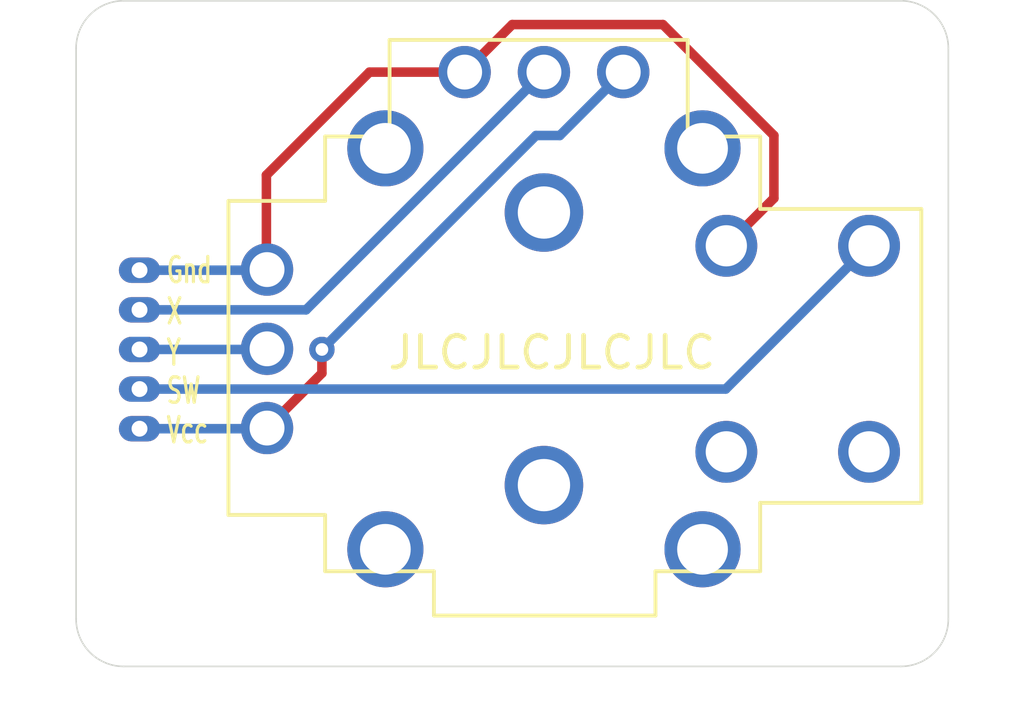
<source format=kicad_pcb>
(kicad_pcb (version 20171130) (host pcbnew "(5.1.9-0-10_14)")

  (general
    (thickness 1.6)
    (drawings 14)
    (tracks 25)
    (zones 0)
    (modules 6)
    (nets 6)
  )

  (page A)
  (title_block
    (title "Free AWSD - Joystick Breakout")
    (date 2021-04-15)
    (rev v1)
    (company "Free AWSD")
  )

  (layers
    (0 F.Cu signal)
    (31 B.Cu signal)
    (32 B.Adhes user)
    (33 F.Adhes user)
    (34 B.Paste user)
    (35 F.Paste user)
    (36 B.SilkS user)
    (37 F.SilkS user)
    (38 B.Mask user)
    (39 F.Mask user)
    (40 Dwgs.User user)
    (41 Cmts.User user)
    (42 Eco1.User user)
    (43 Eco2.User user)
    (44 Edge.Cuts user)
    (45 Margin user)
    (46 B.CrtYd user)
    (47 F.CrtYd user)
    (48 B.Fab user)
    (49 F.Fab user)
  )

  (setup
    (last_trace_width 0.3)
    (trace_clearance 0.2)
    (zone_clearance 0.508)
    (zone_45_only no)
    (trace_min 0.3)
    (via_size 0.8)
    (via_drill 0.4)
    (via_min_size 0.4)
    (via_min_drill 0.3)
    (uvia_size 0.3)
    (uvia_drill 0.1)
    (uvias_allowed no)
    (uvia_min_size 0.2)
    (uvia_min_drill 0.1)
    (edge_width 0.05)
    (segment_width 0.2)
    (pcb_text_width 0.3)
    (pcb_text_size 1.5 1.5)
    (mod_edge_width 0.12)
    (mod_text_size 1 1)
    (mod_text_width 0.15)
    (pad_size 1.524 1.524)
    (pad_drill 0.762)
    (pad_to_mask_clearance 0)
    (aux_axis_origin 0 0)
    (visible_elements FFFFFF7F)
    (pcbplotparams
      (layerselection 0x010fc_ffffffff)
      (usegerberextensions false)
      (usegerberattributes true)
      (usegerberadvancedattributes true)
      (creategerberjobfile true)
      (excludeedgelayer true)
      (linewidth 0.100000)
      (plotframeref false)
      (viasonmask false)
      (mode 1)
      (useauxorigin false)
      (hpglpennumber 1)
      (hpglpenspeed 20)
      (hpglpendiameter 15.000000)
      (psnegative false)
      (psa4output false)
      (plotreference true)
      (plotvalue true)
      (plotinvisibletext false)
      (padsonsilk false)
      (subtractmaskfromsilk false)
      (outputformat 1)
      (mirror false)
      (drillshape 0)
      (scaleselection 1)
      (outputdirectory "Gerber/"))
  )

  (net 0 "")
  (net 1 "Net-(J1-Pad1)")
  (net 2 "Net-(J1-Pad5)")
  (net 3 "Net-(J1-Pad3)")
  (net 4 "Net-(J1-Pad2)")
  (net 5 "Net-(J1-Pad4)")

  (net_class Default "This is the default net class."
    (clearance 0.2)
    (trace_width 0.3)
    (via_dia 0.8)
    (via_drill 0.4)
    (uvia_dia 0.3)
    (uvia_drill 0.1)
    (add_net "Net-(J1-Pad1)")
    (add_net "Net-(J1-Pad2)")
    (add_net "Net-(J1-Pad3)")
    (add_net "Net-(J1-Pad4)")
    (add_net "Net-(J1-Pad5)")
  )

  (module Alps_Alpine_RKJXV122400R:RKJXV122400R (layer F.Cu) (tedit 6078B59E) (tstamp 6077DE0D)
    (at 138.65 93.95 90)
    (descr RKJXV122400R-4)
    (tags Switch)
    (path /60763C19)
    (fp_text reference U1 (at -6.978 -1.74 90) (layer F.SilkS) hide
      (effects (font (size 1.27 1.27) (thickness 0.254)))
    )
    (fp_text value RKJXV122400R (at -6.978 -1.74 90) (layer F.SilkS) hide
      (effects (font (size 1.27 1.27) (thickness 0.254)))
    )
    (fp_line (start -13.589 4.318) (end -13.589 9.398) (layer F.SilkS) (width 0.12))
    (fp_line (start -15.748 4.318) (end -13.589 4.318) (layer F.SilkS) (width 0.12))
    (fp_line (start -15.748 1.016) (end -15.748 4.318) (layer F.SilkS) (width 0.12))
    (fp_line (start -17.145 1.016) (end -15.748 1.016) (layer F.SilkS) (width 0.12))
    (fp_line (start -17.145 -5.969) (end -17.145 1.016) (layer F.SilkS) (width 0.12))
    (fp_line (start -15.748 -5.969) (end -17.145 -5.969) (layer F.SilkS) (width 0.12))
    (fp_line (start -15.748 -9.398) (end -15.748 -5.969) (layer F.SilkS) (width 0.12))
    (fp_line (start -13.97 -9.398) (end -15.748 -9.398) (layer F.SilkS) (width 0.12))
    (fp_line (start -13.97 -12.446) (end -13.97 -9.398) (layer F.SilkS) (width 0.12))
    (fp_line (start -4.064 -12.446) (end -13.97 -12.446) (layer F.SilkS) (width 0.12))
    (fp_line (start -4.064 -9.398) (end -4.064 -12.446) (layer F.SilkS) (width 0.12))
    (fp_line (start -2.032 -9.398) (end -4.064 -9.398) (layer F.SilkS) (width 0.12))
    (fp_line (start -2.032 -7.366) (end -2.032 -9.398) (layer F.SilkS) (width 0.12))
    (fp_line (start 1.016 -7.366) (end -2.032 -7.366) (layer F.SilkS) (width 0.12))
    (fp_line (start 1.016 2.032) (end 1.016 -7.366) (layer F.SilkS) (width 0.12))
    (fp_line (start -2.032 2.032) (end 1.016 2.032) (layer F.SilkS) (width 0.12))
    (fp_line (start -2.032 4.318) (end -2.032 2.032) (layer F.SilkS) (width 0.12))
    (fp_line (start -4.318 4.318) (end -2.032 4.318) (layer F.SilkS) (width 0.12))
    (fp_line (start -4.318 9.398) (end -4.318 4.318) (layer F.SilkS) (width 0.12))
    (fp_line (start -13.589 9.398) (end -4.318 9.398) (layer F.SilkS) (width 0.12))
    (fp_line (start -3.683 -12.74) (end -3.683 -9.652) (layer F.Fab) (width 0.2))
    (fp_line (start -14.224 -12.74) (end -3.683 -12.74) (layer F.Fab) (width 0.2))
    (fp_line (start -14.224 -9.652) (end -14.224 -12.74) (layer F.Fab) (width 0.2))
    (fp_line (start -3.527 9.652) (end -3.527 4.835) (layer F.Fab) (width 0.2))
    (fp_line (start -13.97 9.652) (end -3.556 9.652) (layer F.Fab) (width 0.2))
    (fp_line (start -13.97 4.826) (end -13.97 9.652) (layer F.Fab) (width 0.2))
    (fp_line (start -17.272 4.835) (end -17.272 -9.652) (layer F.Fab) (width 0.2))
    (fp_line (start 1.143 4.835) (end -17.272 4.835) (layer F.Fab) (width 0.2))
    (fp_line (start 1.143 -9.652) (end 1.143 4.835) (layer F.Fab) (width 0.2))
    (fp_line (start -17.272 -9.652) (end 1.143 -9.652) (layer F.Fab) (width 0.2))
    (fp_text user %R (at -6.978 -1.74 90) (layer F.Fab)
      (effects (font (size 1.27 1.27) (thickness 0.254)))
    )
    (pad MH6 thru_hole circle (at -4.43 -2.5 90) (size 2.475 2.475) (drill 1.65) (layers *.Cu *.Mask))
    (pad MH5 thru_hole circle (at -13.03 -2.5 90) (size 2.475 2.475) (drill 1.65) (layers *.Cu *.Mask))
    (pad MH4 thru_hole circle (at -2.405 -7.5 90) (size 2.4 2.4) (drill 1.6) (layers *.Cu *.Mask))
    (pad MH3 thru_hole circle (at -2.405 2.5 90) (size 2.4 2.4) (drill 1.6) (layers *.Cu *.Mask))
    (pad MH2 thru_hole circle (at -15.055 -7.5 90) (size 2.4 2.4) (drill 1.6) (layers *.Cu *.Mask))
    (pad MH1 thru_hole circle (at -15.055 2.5 90) (size 2.4 2.4) (drill 1.6) (layers *.Cu *.Mask))
    (pad D1 thru_hole circle (at -5.48 7.75 90) (size 1.95 1.95) (drill 1.3) (layers *.Cu *.Mask)
      (net 5 "Net-(J1-Pad4)"))
    (pad C1 thru_hole circle (at -5.48 3.25 90) (size 1.95 1.95) (drill 1.3) (layers *.Cu *.Mask)
      (net 1 "Net-(J1-Pad1)"))
    (pad B13 thru_hole circle (at -11.23 -11.23 90) (size 1.65 1.65) (drill 1.1) (layers *.Cu *.Mask)
      (net 2 "Net-(J1-Pad5)"))
    (pad B12 thru_hole circle (at -8.73 -11.23 90) (size 1.65 1.65) (drill 1.1) (layers *.Cu *.Mask)
      (net 3 "Net-(J1-Pad3)"))
    (pad B11 thru_hole circle (at -6.23 -11.23 90) (size 1.65 1.65) (drill 1.1) (layers *.Cu *.Mask)
      (net 1 "Net-(J1-Pad1)"))
    (pad B1 thru_hole circle (at -11.98 7.75 90) (size 1.95 1.95) (drill 1.3) (layers *.Cu *.Mask))
    (pad A13 thru_hole circle (at 0 -5 90) (size 1.65 1.65) (drill 1.1) (layers *.Cu *.Mask)
      (net 1 "Net-(J1-Pad1)"))
    (pad A12 thru_hole circle (at 0 -2.5 90) (size 1.65 1.65) (drill 1.1) (layers *.Cu *.Mask)
      (net 4 "Net-(J1-Pad2)"))
    (pad A11 thru_hole circle (at 0 0 90) (size 1.65 1.65) (drill 1.1) (layers *.Cu *.Mask)
      (net 2 "Net-(J1-Pad5)"))
    (pad A1 thru_hole circle (at -11.98 3.25 90) (size 1.95 1.95) (drill 1.3) (layers *.Cu *.Mask))
    (model ${KIPRJMOD}/modules/Alps_Alpine_RKJXV122400R/RKJXV122400R.STEP
      (offset (xyz -9 2.5 0))
      (scale (xyz 1 1 1))
      (rotate (xyz 0 0 -180))
    )
  )

  (module MountingHole:MountingHole_2.2mm_M2 (layer F.Cu) (tedit 56D1B4CB) (tstamp 6076A2CF)
    (at 146.15 109.95)
    (descr "Mounting Hole 2.2mm, no annular, M2")
    (tags "mounting hole 2.2mm no annular m2")
    (path /607A7816)
    (attr virtual)
    (fp_text reference H4 (at 0 -3.2) (layer F.SilkS) hide
      (effects (font (size 1 1) (thickness 0.15)))
    )
    (fp_text value MountingHole (at 0 3.2) (layer F.Fab)
      (effects (font (size 1 1) (thickness 0.15)))
    )
    (fp_circle (center 0 0) (end 2.2 0) (layer Cmts.User) (width 0.15))
    (fp_circle (center 0 0) (end 2.45 0) (layer F.CrtYd) (width 0.05))
    (fp_text user %R (at 0.3 0) (layer F.Fab)
      (effects (font (size 1 1) (thickness 0.15)))
    )
    (pad 1 np_thru_hole circle (at 0 0) (size 2.2 2.2) (drill 2.2) (layers *.Cu *.Mask))
  )

  (module MountingHole:MountingHole_2.2mm_M2 (layer F.Cu) (tedit 56D1B4CB) (tstamp 6077DD82)
    (at 146.15 94.45)
    (descr "Mounting Hole 2.2mm, no annular, M2")
    (tags "mounting hole 2.2mm no annular m2")
    (path /607A6585)
    (attr virtual)
    (fp_text reference H3 (at 0 -3.2) (layer F.SilkS) hide
      (effects (font (size 1 1) (thickness 0.15)))
    )
    (fp_text value MountingHole (at 0 3.2) (layer F.Fab)
      (effects (font (size 1 1) (thickness 0.15)))
    )
    (fp_circle (center 0 0) (end 2.2 0) (layer Cmts.User) (width 0.15))
    (fp_circle (center 0 0) (end 2.45 0) (layer F.CrtYd) (width 0.05))
    (fp_text user %R (at 0.3 0) (layer F.Fab)
      (effects (font (size 1 1) (thickness 0.15)))
    )
    (pad 1 np_thru_hole circle (at 0 0) (size 2.2 2.2) (drill 2.2) (layers *.Cu *.Mask))
  )

  (module MountingHole:MountingHole_2.2mm_M2 (layer F.Cu) (tedit 56D1B4CB) (tstamp 6076A2BF)
    (at 124.15 109.95)
    (descr "Mounting Hole 2.2mm, no annular, M2")
    (tags "mounting hole 2.2mm no annular m2")
    (path /607A5893)
    (attr virtual)
    (fp_text reference H2 (at 0 -3.2) (layer F.SilkS) hide
      (effects (font (size 1 1) (thickness 0.15)))
    )
    (fp_text value MountingHole (at 0 3.2) (layer F.Fab)
      (effects (font (size 1 1) (thickness 0.15)))
    )
    (fp_circle (center 0 0) (end 2.2 0) (layer Cmts.User) (width 0.15))
    (fp_circle (center 0 0) (end 2.45 0) (layer F.CrtYd) (width 0.05))
    (fp_text user %R (at 0.3 0) (layer F.Fab)
      (effects (font (size 1 1) (thickness 0.15)))
    )
    (pad 1 np_thru_hole circle (at 0 0) (size 2.2 2.2) (drill 2.2) (layers *.Cu *.Mask))
  )

  (module MountingHole:MountingHole_2.2mm_M2 (layer F.Cu) (tedit 56D1B4CB) (tstamp 6076A2B7)
    (at 124.15 94.45)
    (descr "Mounting Hole 2.2mm, no annular, M2")
    (tags "mounting hole 2.2mm no annular m2")
    (path /607A45AE)
    (attr virtual)
    (fp_text reference H1 (at 0 -3.2) (layer F.SilkS) hide
      (effects (font (size 1 1) (thickness 0.15)))
    )
    (fp_text value MountingHole (at 0 3.2) (layer F.Fab)
      (effects (font (size 1 1) (thickness 0.15)))
    )
    (fp_circle (center 0 0) (end 2.2 0) (layer Cmts.User) (width 0.15))
    (fp_circle (center 0 0) (end 2.45 0) (layer F.CrtYd) (width 0.05))
    (fp_text user %R (at 0.3 0) (layer F.Fab)
      (effects (font (size 1 1) (thickness 0.15)))
    )
    (pad 1 np_thru_hole circle (at 0 0) (size 2.2 2.2) (drill 2.2) (layers *.Cu *.Mask))
  )

  (module Connector_Molex:Molex_PicoBlade_53047-0510_1x05_P1.25mm_Vertical (layer B.Cu) (tedit 607737C5) (tstamp 6077D9AF)
    (at 123.4 100.2 270)
    (descr "Molex PicoBlade Connector System, 53047-0510, 5 Pins per row (http://www.molex.com/pdm_docs/sd/530470610_sd.pdf), generated with kicad-footprint-generator")
    (tags "connector Molex PicoBlade side entry")
    (path /6076AA23)
    (fp_text reference J1 (at 2.5 3.25 90) (layer B.SilkS) hide
      (effects (font (size 1 1) (thickness 0.15)) (justify mirror))
    )
    (fp_text value Conn_01x05 (at 2.5 -2.35 90) (layer B.Fab) hide
      (effects (font (size 1 1) (thickness 0.15)) (justify mirror))
    )
    (fp_line (start 7 2.55) (end -2 2.55) (layer B.CrtYd) (width 0.05))
    (fp_line (start 7 -1.65) (end 7 2.55) (layer B.CrtYd) (width 0.05))
    (fp_line (start -2 -1.65) (end 7 -1.65) (layer B.CrtYd) (width 0.05))
    (fp_line (start -2 2.55) (end -2 -1.65) (layer B.CrtYd) (width 0.05))
    (fp_line (start 0 -0.442893) (end 0.5 -1.15) (layer B.Fab) (width 0.1))
    (fp_line (start -0.5 -1.15) (end 0 -0.442893) (layer B.Fab) (width 0.1))
    (fp_line (start 6.5 2.05) (end -1.5 2.05) (layer B.Fab) (width 0.1))
    (fp_line (start 6.5 -1.15) (end 6.5 2.05) (layer B.Fab) (width 0.1))
    (fp_line (start -1.5 -1.15) (end 6.5 -1.15) (layer B.Fab) (width 0.1))
    (fp_line (start -1.5 2.05) (end -1.5 -1.15) (layer B.Fab) (width 0.1))
    (fp_text user %R (at 2.5 1.35 90) (layer B.Fab) hide
      (effects (font (size 1 1) (thickness 0.15)) (justify mirror))
    )
    (pad 1 thru_hole oval (at 0 0 270) (size 0.8 1.3) (drill 0.5) (layers *.Cu *.Mask)
      (net 1 "Net-(J1-Pad1)"))
    (pad 2 thru_hole oval (at 1.25 0 270) (size 0.8 1.3) (drill 0.5) (layers *.Cu *.Mask)
      (net 4 "Net-(J1-Pad2)"))
    (pad 3 thru_hole oval (at 2.5 0 270) (size 0.8 1.3) (drill 0.5) (layers *.Cu *.Mask)
      (net 3 "Net-(J1-Pad3)"))
    (pad 4 thru_hole oval (at 3.75 0 270) (size 0.8 1.3) (drill 0.5) (layers *.Cu *.Mask)
      (net 5 "Net-(J1-Pad4)"))
    (pad 5 thru_hole oval (at 5 0 270) (size 0.8 1.3) (drill 0.5) (layers *.Cu *.Mask)
      (net 2 "Net-(J1-Pad5)"))
    (model ${KISYS3DMOD}/Connector_Molex.3dshapes/Molex_PicoBlade_53047-0510_1x05_P1.25mm_Vertical.wrl
      (at (xyz 0 0 0))
      (scale (xyz 1 1 1))
      (rotate (xyz 0 0 0))
    )
    (model ${KISYS3DMOD}/Connector_Molex.3dshapes/Molex_KK-254_AE-6410-05A_1x05_P2.54mm_Vertical.step
      (at (xyz 0 0 0))
      (scale (xyz 0.5 0.5 0.5))
      (rotate (xyz 0 0 0))
    )
  )

  (gr_text JLCJLCJLCJLC (at 136.4 102.8) (layer F.SilkS)
    (effects (font (size 1 1) (thickness 0.15)))
  )
  (gr_text Gnd (at 124.2 100.2) (layer F.SilkS) (tstamp 60784EBB)
    (effects (font (size 0.8 0.5) (thickness 0.1)) (justify left))
  )
  (gr_text X (at 124.2 101.5) (layer F.SilkS) (tstamp 60784EBB)
    (effects (font (size 0.8 0.5) (thickness 0.1)) (justify left))
  )
  (gr_text Y (at 124.2 102.8) (layer F.SilkS) (tstamp 60784EBB)
    (effects (font (size 0.8 0.5) (thickness 0.1)) (justify left))
  )
  (gr_text SW (at 124.2 104) (layer F.SilkS) (tstamp 60784EBB)
    (effects (font (size 0.8 0.5) (thickness 0.1)) (justify left))
  )
  (gr_text "Vcc\n" (at 124.2 105.25) (layer F.SilkS) (tstamp 60784C15)
    (effects (font (size 0.8 0.5) (thickness 0.1)) (justify left))
  )
  (gr_line (start 122.9 112.7) (end 147.4 112.7) (layer Edge.Cuts) (width 0.05) (tstamp 6077ECA3))
  (gr_line (start 121.4 93.2) (end 121.4 111.2) (layer Edge.Cuts) (width 0.05) (tstamp 6077ECA2))
  (gr_line (start 147.4 91.7) (end 122.9 91.7) (layer Edge.Cuts) (width 0.05) (tstamp 6077EC9A))
  (gr_line (start 148.9 93.2) (end 148.9 111.2) (layer Edge.Cuts) (width 0.05) (tstamp 6077EC99))
  (gr_arc (start 147.4 111.2) (end 147.4 112.7) (angle -90) (layer Edge.Cuts) (width 0.05))
  (gr_arc (start 122.9 111.2) (end 121.4 111.2) (angle -90) (layer Edge.Cuts) (width 0.05))
  (gr_arc (start 147.4 93.2) (end 148.9 93.2) (angle -90) (layer Edge.Cuts) (width 0.05))
  (gr_arc (start 122.9 93.2) (end 122.9 91.7) (angle -90) (layer Edge.Cuts) (width 0.05))

  (segment (start 127.4 100.2) (end 127.42 100.18) (width 0.3) (layer B.Cu) (net 1) (status 30))
  (segment (start 123.4 100.2) (end 127.4 100.2) (width 0.3) (layer B.Cu) (net 1) (status 30))
  (segment (start 133.65 93.95) (end 130.65 93.95) (width 0.3) (layer F.Cu) (net 1) (status 10))
  (segment (start 130.65 93.95) (end 127.4 97.2) (width 0.3) (layer F.Cu) (net 1))
  (segment (start 127.4 100.16) (end 127.42 100.18) (width 0.3) (layer F.Cu) (net 1) (status 30))
  (segment (start 127.4 97.2) (end 127.4 100.16) (width 0.3) (layer F.Cu) (net 1) (status 20))
  (segment (start 141.9 99.43) (end 143.4 97.93) (width 0.3) (layer F.Cu) (net 1) (status 10))
  (segment (start 143.4 97.93) (end 143.4 95.95) (width 0.3) (layer F.Cu) (net 1))
  (segment (start 143.4 95.95) (end 139.9 92.45) (width 0.3) (layer F.Cu) (net 1))
  (segment (start 135.15 92.45) (end 133.65 93.95) (width 0.3) (layer F.Cu) (net 1) (status 20))
  (segment (start 139.9 92.45) (end 135.15 92.45) (width 0.3) (layer F.Cu) (net 1))
  (segment (start 127.4 105.2) (end 127.42 105.18) (width 0.3) (layer B.Cu) (net 2) (status 30))
  (segment (start 123.4 105.2) (end 127.4 105.2) (width 0.3) (layer B.Cu) (net 2) (status 30))
  (segment (start 127.42 105.18) (end 129.15 103.45) (width 0.3) (layer F.Cu) (net 2) (status 10))
  (segment (start 129.15 103.45) (end 129.15 102.7) (width 0.3) (layer F.Cu) (net 2))
  (via (at 129.15 102.7) (size 0.8) (drill 0.4) (layers F.Cu B.Cu) (net 2))
  (segment (start 138.65 93.95) (end 136.65 95.95) (width 0.3) (layer B.Cu) (net 2) (status 10))
  (segment (start 136.65 95.95) (end 135.9 95.95) (width 0.3) (layer B.Cu) (net 2))
  (segment (start 135.9 95.95) (end 129.15 102.7) (width 0.3) (layer B.Cu) (net 2))
  (segment (start 127.4 102.7) (end 127.42 102.68) (width 0.3) (layer B.Cu) (net 3) (status 30))
  (segment (start 123.4 102.7) (end 127.4 102.7) (width 0.3) (layer B.Cu) (net 3) (status 30))
  (segment (start 128.65 101.45) (end 136.15 93.95) (width 0.3) (layer B.Cu) (net 4) (status 20))
  (segment (start 123.4 101.45) (end 128.65 101.45) (width 0.3) (layer B.Cu) (net 4) (status 10))
  (segment (start 141.88 103.95) (end 146.4 99.43) (width 0.3) (layer B.Cu) (net 5) (status 20))
  (segment (start 123.4 103.95) (end 141.88 103.95) (width 0.3) (layer B.Cu) (net 5) (status 10))

)

</source>
